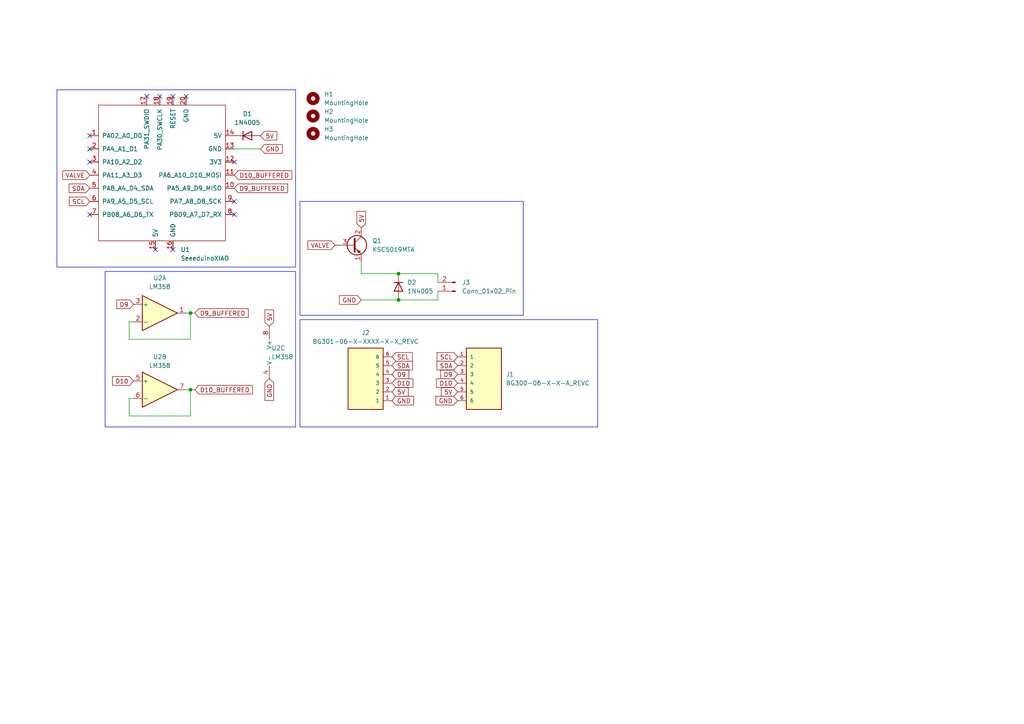
<source format=kicad_sch>
(kicad_sch (version 20230121) (generator eeschema)
  (paper "A4")
  (lib_symbols
    (symbol "Amplifier_Operational:LM358" (pin_names (offset 0.127))
      (property "Reference" "U" (at 0 5.08 0))
      (property "Value" "LM358" (at 0 -5.08 0))
      (symbol "LM358_1_1"
        (polyline (pts (xy -5.08 5.08) (xy 5.08 0) (xy -5.08 -5.08) (xy -5.08 5.08)) (stroke (width 0.254)) (fill (type background)))
        (pin output line (at 7.62 0 180) (length 2.54) (name "~") (number "1"))
        (pin input line (at -7.62 -2.54 0) (length 2.54) (name "-") (number "2"))
        (pin input line (at -7.62 2.54 0) (length 2.54) (name "+") (number "3"))
      )
      (symbol "LM358_2_1"
        (polyline (pts (xy -5.08 5.08) (xy 5.08 0) (xy -5.08 -5.08) (xy -5.08 5.08)) (stroke (width 0.254)) (fill (type background)))
        (pin input line (at -7.62 2.54 0) (length 2.54) (name "+") (number "5"))
        (pin input line (at -7.62 -2.54 0) (length 2.54) (name "-") (number "6"))
        (pin output line (at 7.62 0 180) (length 2.54) (name "~") (number "7"))
      )
      (symbol "LM358_3_1"
        (pin power_in line (at -2.54 -7.62 90) (length 3.81) (name "V-") (number "4"))
        (pin power_in line (at -2.54 7.62 270) (length 3.81) (name "V+") (number "8"))
      )
    )
    (symbol "Connector:Conn_01x02_Pin" (pin_names (offset 1.016) hide)
      (property "Reference" "J" (at 0 2.54 0))
      (property "Value" "Conn_01x02_Pin" (at 0 -5.08 0))
      (symbol "Conn_01x02_Pin_1_1"
        (polyline (pts (xy 1.27 -2.54) (xy 0.8636 -2.54)) (stroke (width 0.1524)))
        (polyline (pts (xy 1.27 0) (xy 0.8636 0)) (stroke (width 0.1524)))
        (rectangle (start 0.8636 -2.413) (end 0 -2.667) (stroke (width 0.1524)) (fill (type outline)))
        (rectangle (start 0.8636 0.127) (end 0 -0.127) (stroke (width 0.1524)) (fill (type outline)))
        (pin passive line (at 5.08 0 180) (length 3.81) (name "Pin_1") (number "1"))
        (pin passive line (at 5.08 -2.54 180) (length 3.81) (name "Pin_2") (number "2"))
      )
    )
    (symbol "Diode:1N4005" (pin_numbers hide) (pin_names hide)
      (property "Reference" "D" (at 0 2.54 0))
      (property "Value" "1N4005" (at 0 -2.54 0))
      (symbol "1N4005_0_1"
        (polyline (pts (xy -1.27 1.27) (xy -1.27 -1.27)) (stroke (width 0.254)))
        (polyline (pts (xy 1.27 0) (xy -1.27 0)))
        (polyline (pts (xy 1.27 1.27) (xy 1.27 -1.27) (xy -1.27 0) (xy 1.27 1.27)) (stroke (width 0.254)))
      )
      (symbol "1N4005_1_1"
        (pin passive line (at -3.81 0 0) (length 2.54) (name "K") (number "1"))
        (pin passive line (at 3.81 0 180) (length 2.54) (name "A") (number "2"))
      )
    )
    (symbol "Mechanical:MountingHole" (pin_names (offset 1.016))
      (property "Reference" "H" (at 0 5.08 0))
      (property "Value" "MountingHole" (at 0 3.175 0))
      (symbol "MountingHole_0_1"
        (circle (center 0 0) (radius 1.27) (stroke (width 1.27)))
      )
    )
    (symbol "Pneumatactors:BG300-06-X-X-A_REVC" (pin_names (offset 1.016))
      (property "Reference" "J" (at -5.0821 8.1313 0))
      (property "Value" "BG300-06-X-X-A_REVC" (at -5.0801 -12.7003 0))
      (symbol "BG300-06-X-X-A_REVC_0_0"
        (rectangle (start -5.08 -10.16) (end 5.08 7.62) (stroke (width 0.254)) (fill (type background)))
        (pin passive line (at -7.62 5.08 0) (length 2.54) (name "1") (number "1"))
        (pin passive line (at -7.62 2.54 0) (length 2.54) (name "2") (number "2"))
        (pin passive line (at -7.62 0 0) (length 2.54) (name "3") (number "3"))
        (pin passive line (at -7.62 -2.54 0) (length 2.54) (name "4") (number "4"))
        (pin passive line (at -7.62 -5.08 0) (length 2.54) (name "5") (number "5"))
        (pin passive line (at -7.62 -7.62 0) (length 2.54) (name "6") (number "6"))
      )
    )
    (symbol "Pneumatactors:BG301-06-X-XXXX-X-X_REVC" (pin_names (offset 1.016))
      (property "Reference" "J" (at -5.0861 8.1377 0))
      (property "Value" "BG301-06-X-XXXX-X-X_REVC" (at -5.0814 -12.7035 0))
      (symbol "BG301-06-X-XXXX-X-X_REVC_0_0"
        (rectangle (start -5.08 -10.16) (end 5.08 7.62) (stroke (width 0.254)) (fill (type background)))
        (pin passive line (at -7.62 5.08 0) (length 2.54) (name "1") (number "1"))
        (pin passive line (at -7.62 2.54 0) (length 2.54) (name "2") (number "2"))
        (pin passive line (at -7.62 0 0) (length 2.54) (name "3") (number "3"))
        (pin passive line (at -7.62 -2.54 0) (length 2.54) (name "4") (number "4"))
        (pin passive line (at -7.62 -5.08 0) (length 2.54) (name "5") (number "5"))
        (pin passive line (at -7.62 -7.62 0) (length 2.54) (name "6") (number "6"))
      )
    )
    (symbol "Pneumatactors:KSC5019MTA" (pin_names (offset 0) hide)
      (property "Reference" "Q1" (at 5.715 1.27 0))
      (property "Value" "KSC5019MTA" (at 5.715 -1.27 0))
      (symbol "KSC5019MTA_0_1"
        (polyline (pts (xy 0.635 0.635) (xy 2.54 2.54)))
        (polyline (pts (xy 0.635 -0.635) (xy 2.54 -2.54) (xy 2.54 -2.54)))
        (polyline (pts (xy 0.635 1.905) (xy 0.635 -1.905) (xy 0.635 -1.905)) (stroke (width 0.508)))
        (polyline (pts (xy 2.286 -1.778) (xy 1.778 -2.286) (xy 1.27 -1.27) (xy 2.286 -1.778) (xy 2.286 -1.778)) (fill (type outline)))
        (circle (center 1.27 0) (radius 2.8194) (stroke (width 0.254)))
      )
      (symbol "KSC5019MTA_1_1"
        (pin passive line (at 2.54 -5.08 90) (length 2.54) (name "E") (number "1"))
        (pin passive line (at 2.54 5.08 270) (length 2.54) (name "C") (number "2"))
        (pin input line (at -5.08 0 0) (length 5.715) (name "B") (number "3"))
      )
    )
    (symbol "Xiao:SeeeduinoXIAO" (pin_names (offset 1.016))
      (property "Reference" "U" (at -19.05 22.86 0))
      (property "Value" "SeeeduinoXIAO" (at -12.7 21.59 0))
      (symbol "SeeeduinoXIAO_0_1"
        (rectangle (start -19.05 20.32) (end 17.78 -19.05))
      )
      (symbol "SeeeduinoXIAO_1_1"
        (pin unspecified line (at -21.59 11.43 0) (length 2.54) (name "PA02_A0_D0") (number "1"))
        (pin unspecified line (at 20.32 -3.81 180) (length 2.54) (name "PA5_A9_D9_MISO") (number "10"))
        (pin unspecified line (at 20.32 0 180) (length 2.54) (name "PA6_A10_D10_MOSI") (number "11"))
        (pin unspecified line (at 20.32 3.81 180) (length 2.54) (name "3V3") (number "12"))
        (pin unspecified line (at 20.32 7.62 180) (length 2.54) (name "GND") (number "13"))
        (pin unspecified line (at 20.32 11.43 180) (length 2.54) (name "5V") (number "14"))
        (pin input line (at -2.54 -21.59 90) (length 2.54) (name "5V") (number "15"))
        (pin input line (at 2.54 -21.59 90) (length 2.54) (name "GND") (number "16"))
        (pin input line (at -5.08 22.86 270) (length 2.54) (name "PA31_SWDIO") (number "17"))
        (pin input line (at -1.27 22.86 270) (length 2.54) (name "PA30_SWCLK") (number "18"))
        (pin input line (at 2.54 22.86 270) (length 2.54) (name "RESET") (number "19"))
        (pin unspecified line (at -21.59 7.62 0) (length 2.54) (name "PA4_A1_D1") (number "2"))
        (pin input line (at 6.35 22.86 270) (length 2.54) (name "GND") (number "20"))
        (pin unspecified line (at -21.59 3.81 0) (length 2.54) (name "PA10_A2_D2") (number "3"))
        (pin unspecified line (at -21.59 0 0) (length 2.54) (name "PA11_A3_D3") (number "4"))
        (pin unspecified line (at -21.59 -3.81 0) (length 2.54) (name "PA8_A4_D4_SDA") (number "5"))
        (pin unspecified line (at -21.59 -7.62 0) (length 2.54) (name "PA9_A5_D5_SCL") (number "6"))
        (pin unspecified line (at -21.59 -11.43 0) (length 2.54) (name "PB08_A6_D6_TX") (number "7"))
        (pin unspecified line (at 20.32 -11.43 180) (length 2.54) (name "PB09_A7_D7_RX") (number "8"))
        (pin unspecified line (at 20.32 -7.62 180) (length 2.54) (name "PA7_A8_D8_SCK") (number "9"))
      )
    )
  )
  (junction (at 115.57 79.375))
  (junction (at 115.57 86.995))
  (junction (at 55.245 113.03))
  (junction (at 55.245 90.805))
  (no_connect (at 26.035 43.18))
  (no_connect (at 46.355 27.94))
  (no_connect (at 53.975 27.94))
  (no_connect (at 67.945 62.23))
  (no_connect (at 42.545 27.94))
  (no_connect (at 50.165 72.39))
  (no_connect (at 26.035 46.99))
  (no_connect (at 67.945 58.42))
  (no_connect (at 26.035 39.37))
  (no_connect (at 26.035 62.23))
  (no_connect (at 45.085 72.39))
  (no_connect (at 50.165 27.94))
  (no_connect (at 67.945 46.99))
  (wire (pts (xy 55.245 90.805) (xy 53.975 90.805)))
  (wire (pts (xy 75.565 43.18) (xy 67.945 43.18)))
  (wire (pts (xy 127 84.455) (xy 127 86.995)))
  (wire (pts (xy 104.775 86.995) (xy 115.57 86.995)))
  (wire (pts (xy 127 81.915) (xy 127 79.375)))
  (wire (pts (xy 115.57 79.375) (xy 127 79.375)))
  (wire (pts (xy 55.245 113.03) (xy 56.515 113.03)))
  (wire (pts (xy 37.465 93.345) (xy 38.735 93.345)))
  (wire (pts (xy 115.57 86.995) (xy 127 86.995)))
  (wire (pts (xy 104.775 76.2) (xy 104.775 79.375)))
  (wire (pts (xy 104.775 79.375) (xy 115.57 79.375)))
  (wire (pts (xy 55.245 98.425) (xy 55.245 90.805)))
  (wire (pts (xy 53.975 113.03) (xy 55.245 113.03)))
  (wire (pts (xy 37.465 98.425) (xy 37.465 93.345)))
  (wire (pts (xy 55.245 113.03) (xy 55.245 120.65)))
  (wire (pts (xy 37.465 98.425) (xy 55.245 98.425)))
  (wire (pts (xy 55.245 120.65) (xy 37.465 120.65)))
  (wire (pts (xy 37.465 120.65) (xy 37.465 115.57)))
  (wire (pts (xy 37.465 115.57) (xy 38.735 115.57)))
  (wire (pts (xy 55.245 90.805) (xy 56.515 90.805)))
  (rectangle (start 86.995 92.71) (end 173.355 123.825))
  (rectangle (start 86.995 58.42) (end 151.765 91.44))
  (rectangle (start 16.51 26.035) (end 85.725 77.47))
  (rectangle (start 30.48 78.74) (end 85.725 123.825))
  (global_label "GND" (shape input) (at 104.775 86.995 180) (property "Intersheetrefs" "${INTERSHEET_REFS}" (effects hide)))
  (global_label "D10_BUFFERED" (shape input) (at 67.945 50.8 0) (property "Intersheetrefs" "${INTERSHEET_REFS}" (effects hide)))
  (global_label "SCL" (shape input) (at 132.715 103.505 180) (property "Intersheetrefs" "${INTERSHEET_REFS}" (effects hide)))
  (global_label "D10" (shape input) (at 132.715 111.125 180) (property "Intersheetrefs" "${INTERSHEET_REFS}" (effects hide)))
  (global_label "SDA" (shape input) (at 113.665 106.045 0) (property "Intersheetrefs" "${INTERSHEET_REFS}" (effects hide)))
  (global_label "5V" (shape input) (at 78.105 94.615 90) (property "Intersheetrefs" "${INTERSHEET_REFS}" (effects hide)))
  (global_label "D9" (shape input) (at 38.735 88.265 180) (property "Intersheetrefs" "${INTERSHEET_REFS}" (effects hide)))
  (global_label "GND" (shape input) (at 132.715 116.205 180) (property "Intersheetrefs" "${INTERSHEET_REFS}" (effects hide)))
  (global_label "GND" (shape input) (at 113.665 116.205 0) (property "Intersheetrefs" "${INTERSHEET_REFS}" (effects hide)))
  (global_label "D9" (shape input) (at 113.665 108.585 0) (property "Intersheetrefs" "${INTERSHEET_REFS}" (effects hide)))
  (global_label "GND" (shape input) (at 75.565 43.18 0) (property "Intersheetrefs" "${INTERSHEET_REFS}" (effects hide)))
  (global_label "SCL" (shape input) (at 113.665 103.505 0) (property "Intersheetrefs" "${INTERSHEET_REFS}" (effects hide)))
  (global_label "GND" (shape input) (at 78.105 109.855 270) (property "Intersheetrefs" "${INTERSHEET_REFS}" (effects hide)))
  (global_label "D9" (shape input) (at 132.715 108.585 180) (property "Intersheetrefs" "${INTERSHEET_REFS}" (effects hide)))
  (global_label "D10" (shape input) (at 113.665 111.125 0) (property "Intersheetrefs" "${INTERSHEET_REFS}" (effects hide)))
  (global_label "5V" (shape input) (at 104.775 66.04 90) (property "Intersheetrefs" "${INTERSHEET_REFS}" (effects hide)))
  (global_label "5V" (shape input) (at 113.665 113.665 0) (property "Intersheetrefs" "${INTERSHEET_REFS}" (effects hide)))
  (global_label "5V" (shape input) (at 132.715 113.665 180) (property "Intersheetrefs" "${INTERSHEET_REFS}" (effects hide)))
  (global_label "VALVE" (shape input) (at 26.035 50.8 180) (property "Intersheetrefs" "${INTERSHEET_REFS}" (effects hide)))
  (global_label "D9_BUFFERED" (shape input) (at 56.515 90.805 0) (property "Intersheetrefs" "${INTERSHEET_REFS}" (effects hide)))
  (global_label "VALVE" (shape input) (at 97.155 71.12 180) (property "Intersheetrefs" "${INTERSHEET_REFS}" (effects hide)))
  (global_label "SCL" (shape input) (at 26.035 58.42 180) (property "Intersheetrefs" "${INTERSHEET_REFS}" (effects hide)))
  (global_label "5V" (shape input) (at 75.565 39.37 0) (property "Intersheetrefs" "${INTERSHEET_REFS}" (effects hide)))
  (global_label "SDA" (shape input) (at 132.715 106.045 180) (property "Intersheetrefs" "${INTERSHEET_REFS}" (effects hide)))
  (global_label "D9_BUFFERED" (shape input) (at 67.945 54.61 0) (property "Intersheetrefs" "${INTERSHEET_REFS}" (effects hide)))
  (global_label "SDA" (shape input) (at 26.035 54.61 180) (property "Intersheetrefs" "${INTERSHEET_REFS}" (effects hide)))
  (global_label "D10" (shape input) (at 38.735 110.49 180) (property "Intersheetrefs" "${INTERSHEET_REFS}" (effects hide)))
  (global_label "D10_BUFFERED" (shape input) (at 56.515 113.03 0) (property "Intersheetrefs" "${INTERSHEET_REFS}" (effects hide)))
  (symbol (lib_id "Amplifier_Operational:LM358") (at 80.645 102.235 0) (unit 3)
    (property "Reference" "U2" (at 78.74 100.965 0) (effects (justify left)))
    (property "Value" "LM358" (at 78.74 103.505 0) (effects (justify left)))
    (property "Footprint" "Pneumatactors:SOIC_58BAIDR_TEX_LM358" (effects hide))
    (property "Datasheet" "http://www.ti.com/lit/ds/symlink/lm2904-n.pdf" (effects hide))
  )
  (symbol (lib_id "Diode:1N4005") (at 115.57 83.185 270) (unit 1)
    (property "Reference" "D2" (at 118.11 81.915 90) (effects (justify left)))
    (property "Value" "1N4005" (at 118.11 84.455 90) (effects (justify left)))
    (property "Footprint" "Diode_THT:D_DO-41_SOD81_P10.16mm_Horizontal" (effects hide))
    (property "Datasheet" "http://www.vishay.com/docs/88503/1n4001.pdf" (effects hide))
    (property "Sim.Device" "D" (effects hide))
    (property "Sim.Pins" "1=K 2=A" (effects hide))
  )
  (symbol (lib_id "Pneumatactors:KSC5019MTA") (at 102.235 71.12 0) (unit 1)
    (property "Reference" "Q1" (at 107.95 69.85 0) (effects (justify left)))
    (property "Value" "KSC5019MTA" (at 107.95 72.39 0) (effects (justify left)))
    (property "Footprint" "Package_TO_SOT_THT:TO-92L_Inline_Wide" (effects hide))
    (property "Datasheet" "https://www.onsemi.com/pub/Collateral/2N3906-D.PDF" (effects hide))
  )
  (symbol (lib_id "Amplifier_Operational:LM358") (at 46.355 90.805 0) (unit 1)
    (property "Reference" "U2" (at 46.355 80.645 0))
    (property "Value" "LM358" (at 46.355 83.185 0))
    (property "Footprint" "Pneumatactors:SOIC_58BAIDR_TEX_LM358" (effects hide))
    (property "Datasheet" "http://www.ti.com/lit/ds/symlink/lm2904-n.pdf" (effects hide))
  )
  (symbol (lib_id "Pneumatactors:BG300-06-X-X-A_REVC") (at 140.335 108.585 0) (unit 1)
    (property "Reference" "J1" (at 146.685 108.585 0) (effects (justify left)))
    (property "Value" "BG300-06-X-X-A_REVC" (at 146.685 111.125 0) (effects (justify left)))
    (property "Footprint" "Pneumatactors:GCT_BG300-06-X-X-A_REVC" (effects hide))
    (property "MANUFACTURER" "GCT" (effects hide))
  )
  (symbol (lib_id "Mechanical:MountingHole") (at 90.805 33.655 0) (unit 1)
    (property "Reference" "H2" (at 93.98 32.385 0) (effects (justify left)))
    (property "Value" "MountingHole" (at 93.98 34.925 0) (effects (justify left)))
    (property "Footprint" "MountingHole:MountingHole_2.2mm_M2_ISO14580" (effects hide))
  )
  (symbol (lib_id "Connector:Conn_01x02_Pin") (at 132.08 84.455 180) (unit 1)
    (property "Reference" "J3" (at 133.985 81.915 0) (effects (justify right)))
    (property "Value" "Conn_01x02_Pin" (at 133.985 84.455 0) (effects (justify right)))
    (property "Footprint" "Connector_PinHeader_2.54mm:PinHeader_1x02_P2.54mm_Vertical" (effects hide))
  )
  (symbol (lib_id "Xiao:SeeeduinoXIAO") (at 47.625 50.8 0) (unit 1)
    (property "Reference" "U1" (at 52.3591 72.39 0) (effects (justify left)))
    (property "Value" "SeeeduinoXIAO" (at 52.3591 74.93 0) (effects (justify left)))
    (property "Footprint" "Xiao:XIAO-Generic-Thruhole-14P-2.54-21X17.8MM" (effects hide))
  )
  (symbol (lib_id "Diode:1N4005") (at 71.755 39.37 0) (unit 1)
    (property "Reference" "D1" (at 71.755 33.02 0))
    (property "Value" "1N4005" (at 71.755 35.56 0))
    (property "Footprint" "Diode_THT:D_DO-41_SOD81_P10.16mm_Horizontal" (effects hide))
    (property "Datasheet" "http://www.vishay.com/docs/88503/1n4001.pdf" (effects hide))
    (property "Sim.Device" "D" (effects hide))
    (property "Sim.Pins" "1=K 2=A" (effects hide))
  )
  (symbol (lib_id "Pneumatactors:BG301-06-X-XXXX-X-X_REVC") (at 106.045 111.125 180) (unit 1)
    (property "Reference" "J2" (at 106.045 96.52 0))
    (property "Value" "BG301-06-X-XXXX-X-X_REVC" (at 106.045 99.06 0))
    (property "Footprint" "Pneumatactors:GCT_BG301-06-X-XXXX-X-X_REVC" (effects hide))
    (property "MANUFACTURER" "GCT" (effects hide))
  )
  (symbol (lib_id "Mechanical:MountingHole") (at 90.805 38.735 0) (unit 1)
    (property "Reference" "H3" (at 93.98 37.465 0) (effects (justify left)))
    (property "Value" "MountingHole" (at 93.98 40.005 0) (effects (justify left)))
    (property "Footprint" "MountingHole:MountingHole_2.2mm_M2_ISO14580" (effects hide))
  )
  (symbol (lib_id "Mechanical:MountingHole") (at 90.805 28.575 0) (unit 1)
    (property "Reference" "H1" (at 93.98 27.305 0) (effects (justify left)))
    (property "Value" "MountingHole" (at 93.98 29.845 0) (effects (justify left)))
    (property "Footprint" "MountingHole:MountingHole_2.2mm_M2_ISO14580" (effects hide))
  )
  (symbol (lib_id "Amplifier_Operational:LM358") (at 46.355 113.03 0) (unit 2)
    (property "Reference" "U2" (at 46.355 103.505 0))
    (property "Value" "LM358" (at 46.355 106.045 0))
    (property "Footprint" "Pneumatactors:SOIC_58BAIDR_TEX_LM358" (effects hide))
    (property "Datasheet" "http://www.ti.com/lit/ds/symlink/lm2904-n.pdf" (effects hide))
  )
)
</source>
